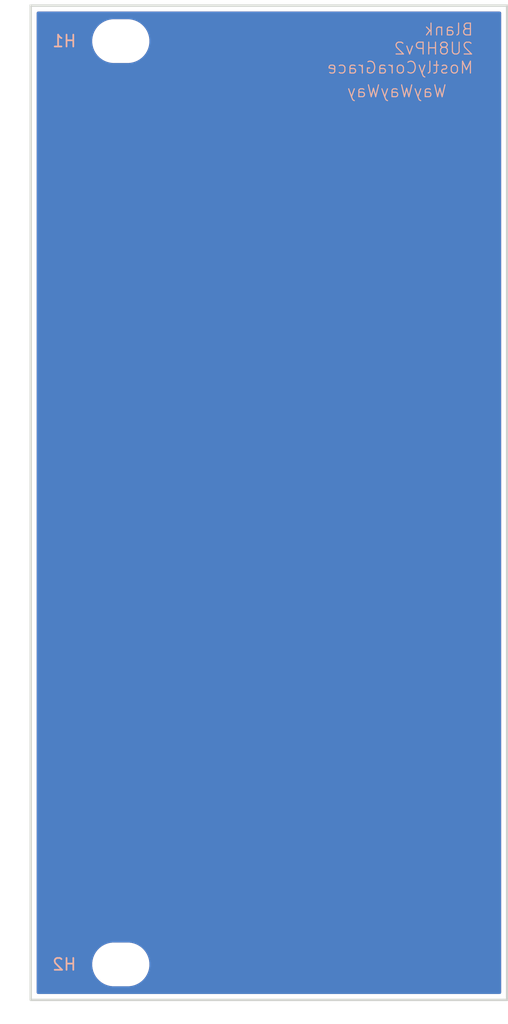
<source format=kicad_pcb>
(kicad_pcb (version 20241229) (generator "pcbnew") (generator_version "9.0")
  (layers (0 "F.Cu" signal) (2 "B.Cu" signal) (13 "F.Paste" user) (15 "B.Paste" user) (5 "F.SilkS" user "F.Silkscreen") (7 "B.SilkS" user "B.Silkscreen") (1 "F.Mask" user) (3 "B.Mask" user) (25 "Edge.Cuts" user))
  (net 0 "")
  (footprint "EXC:MountingHole_3.2mm_M3" (layer "F.Cu") (at 7.62 5.425)
    (property "Reference" "H1" (at -3.683 0 0) (layer "B.SilkS") (effects (justify left mirror)))
    (property "Value" "Eurorack_M3_MountingHole")
    (pad "" np_thru_hole oval (at 0 0) (size 4.34 3.2) (drill oval 4.34 3.2) (layers "*.Cu" "*.Mask"))
  )
  (footprint "EXC:MountingHole_3.2mm_M3" (layer "F.Cu") (at 7.62 83.475)
    (property "Reference" "H2" (at -3.683 0 0) (layer "B.SilkS") (effects (justify left mirror)))
    (property "Value" "Eurorack_M3_MountingHole")
    (pad "" np_thru_hole oval (at 0 0) (size 4.34 3.2) (drill oval 4.34 3.2) (layers "*.Cu" "*.Mask"))
  )
  (gr_rect (start 0 2.425) (end 40.3 86.475) (stroke (width 0.2)) (fill no) (layer "Edge.Cuts"))
  (gr_text "Blank\n2U8HPv2\nMostlyCoraGrace" (at 37.5 8.25 0) (layer "B.SilkS") (effects (font (size 1 1) (thickness 0.1)) (justify left bottom mirror)))
  (gr_text "WayWayWay" (at 35.25 10.25 0) (layer "B.SilkS") (effects (font (size 1 1) (thickness 0.1)) (justify left bottom mirror)))
  (zone (net 0) (net_name "") (layers "F.Cu" "B.Cu") (connect_pads (clearance 0.5)) (min_thickness 0.25) (fill yes (thermal_gap 0.5) (thermal_bridge_width 0.5) (island_removal_mode 1) (island_area_min 10))
    (polygon (pts (xy 0 2.425) (xy 40.3 2.425) (xy 40.3 86.475) (xy 0 86.475)))
  )
)
</source>
